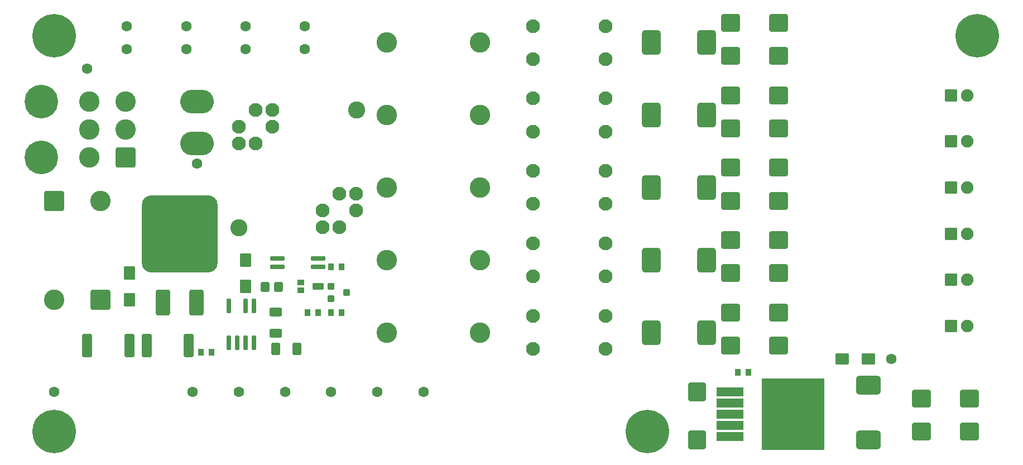
<source format=gts>
G04*
G04 #@! TF.GenerationSoftware,Altium Limited,Altium Designer,23.4.1 (23)*
G04*
G04 Layer_Color=8388736*
%FSLAX44Y44*%
%MOMM*%
G71*
G04*
G04 #@! TF.SameCoordinates,B3D957BC-C44E-4C16-AE0C-B47DF7116FB0*
G04*
G04*
G04 #@! TF.FilePolarity,Negative*
G04*
G01*
G75*
G04:AMPARAMS|DCode=19|XSize=1.3mm|YSize=1.9mm|CornerRadius=0.2mm|HoleSize=0mm|Usage=FLASHONLY|Rotation=180.000|XOffset=0mm|YOffset=0mm|HoleType=Round|Shape=RoundedRectangle|*
%AMROUNDEDRECTD19*
21,1,1.3000,1.5000,0,0,180.0*
21,1,0.9000,1.9000,0,0,180.0*
1,1,0.4000,-0.4500,0.7500*
1,1,0.4000,0.4500,0.7500*
1,1,0.4000,0.4500,-0.7500*
1,1,0.4000,-0.4500,-0.7500*
%
%ADD19ROUNDEDRECTD19*%
G04:AMPARAMS|DCode=20|XSize=1.3mm|YSize=1.9mm|CornerRadius=0.2mm|HoleSize=0mm|Usage=FLASHONLY|Rotation=90.000|XOffset=0mm|YOffset=0mm|HoleType=Round|Shape=RoundedRectangle|*
%AMROUNDEDRECTD20*
21,1,1.3000,1.5000,0,0,90.0*
21,1,0.9000,1.9000,0,0,90.0*
1,1,0.4000,0.7500,0.4500*
1,1,0.4000,0.7500,-0.4500*
1,1,0.4000,-0.7500,-0.4500*
1,1,0.4000,-0.7500,0.4500*
%
%ADD20ROUNDEDRECTD20*%
G04:AMPARAMS|DCode=21|XSize=2.132mm|YSize=0.7604mm|CornerRadius=0.1325mm|HoleSize=0mm|Usage=FLASHONLY|Rotation=90.000|XOffset=0mm|YOffset=0mm|HoleType=Round|Shape=RoundedRectangle|*
%AMROUNDEDRECTD21*
21,1,2.1320,0.4953,0,0,90.0*
21,1,1.8669,0.7604,0,0,90.0*
1,1,0.2651,0.2477,0.9335*
1,1,0.2651,0.2477,-0.9335*
1,1,0.2651,-0.2477,-0.9335*
1,1,0.2651,-0.2477,0.9335*
%
%ADD21ROUNDEDRECTD21*%
G04:AMPARAMS|DCode=22|XSize=2.18mm|YSize=3.91mm|CornerRadius=0.31mm|HoleSize=0mm|Usage=FLASHONLY|Rotation=0.000|XOffset=0mm|YOffset=0mm|HoleType=Round|Shape=RoundedRectangle|*
%AMROUNDEDRECTD22*
21,1,2.1800,3.2900,0,0,0.0*
21,1,1.5600,3.9100,0,0,0.0*
1,1,0.6200,0.7800,-1.6450*
1,1,0.6200,-0.7800,-1.6450*
1,1,0.6200,-0.7800,1.6450*
1,1,0.6200,0.7800,1.6450*
%
%ADD22ROUNDEDRECTD22*%
G04:AMPARAMS|DCode=23|XSize=11.5mm|YSize=11.7mm|CornerRadius=1.475mm|HoleSize=0mm|Usage=FLASHONLY|Rotation=0.000|XOffset=0mm|YOffset=0mm|HoleType=Round|Shape=RoundedRectangle|*
%AMROUNDEDRECTD23*
21,1,11.5000,8.7500,0,0,0.0*
21,1,8.5500,11.7000,0,0,0.0*
1,1,2.9500,4.2750,-4.3750*
1,1,2.9500,-4.2750,-4.3750*
1,1,2.9500,-4.2750,4.3750*
1,1,2.9500,4.2750,4.3750*
%
%ADD23ROUNDEDRECTD23*%
G04:AMPARAMS|DCode=24|XSize=2.1mm|YSize=1.7mm|CornerRadius=0.25mm|HoleSize=0mm|Usage=FLASHONLY|Rotation=90.000|XOffset=0mm|YOffset=0mm|HoleType=Round|Shape=RoundedRectangle|*
%AMROUNDEDRECTD24*
21,1,2.1000,1.2000,0,0,90.0*
21,1,1.6000,1.7000,0,0,90.0*
1,1,0.5000,0.6000,0.8000*
1,1,0.5000,0.6000,-0.8000*
1,1,0.5000,-0.6000,-0.8000*
1,1,0.5000,-0.6000,0.8000*
%
%ADD24ROUNDEDRECTD24*%
G04:AMPARAMS|DCode=25|XSize=2.132mm|YSize=0.7604mm|CornerRadius=0.1325mm|HoleSize=0mm|Usage=FLASHONLY|Rotation=180.000|XOffset=0mm|YOffset=0mm|HoleType=Round|Shape=RoundedRectangle|*
%AMROUNDEDRECTD25*
21,1,2.1320,0.4953,0,0,180.0*
21,1,1.8669,0.7604,0,0,180.0*
1,1,0.2651,-0.9335,0.2477*
1,1,0.2651,0.9335,0.2477*
1,1,0.2651,0.9335,-0.2477*
1,1,0.2651,-0.9335,-0.2477*
%
%ADD25ROUNDEDRECTD25*%
G04:AMPARAMS|DCode=26|XSize=0.9mm|YSize=1.1mm|CornerRadius=0.15mm|HoleSize=0mm|Usage=FLASHONLY|Rotation=0.000|XOffset=0mm|YOffset=0mm|HoleType=Round|Shape=RoundedRectangle|*
%AMROUNDEDRECTD26*
21,1,0.9000,0.8000,0,0,0.0*
21,1,0.6000,1.1000,0,0,0.0*
1,1,0.3000,0.3000,-0.4000*
1,1,0.3000,-0.3000,-0.4000*
1,1,0.3000,-0.3000,0.4000*
1,1,0.3000,0.3000,0.4000*
%
%ADD26ROUNDEDRECTD26*%
G04:AMPARAMS|DCode=27|XSize=1.1mm|YSize=1.1mm|CornerRadius=0.175mm|HoleSize=0mm|Usage=FLASHONLY|Rotation=0.000|XOffset=0mm|YOffset=0mm|HoleType=Round|Shape=RoundedRectangle|*
%AMROUNDEDRECTD27*
21,1,1.1000,0.7500,0,0,0.0*
21,1,0.7500,1.1000,0,0,0.0*
1,1,0.3500,0.3750,-0.3750*
1,1,0.3500,-0.3750,-0.3750*
1,1,0.3500,-0.3750,0.3750*
1,1,0.3500,0.3750,0.3750*
%
%ADD27ROUNDEDRECTD27*%
G04:AMPARAMS|DCode=28|XSize=0.9mm|YSize=1.1mm|CornerRadius=0.15mm|HoleSize=0mm|Usage=FLASHONLY|Rotation=270.000|XOffset=0mm|YOffset=0mm|HoleType=Round|Shape=RoundedRectangle|*
%AMROUNDEDRECTD28*
21,1,0.9000,0.8000,0,0,270.0*
21,1,0.6000,1.1000,0,0,270.0*
1,1,0.3000,-0.4000,-0.3000*
1,1,0.3000,-0.4000,0.3000*
1,1,0.3000,0.4000,0.3000*
1,1,0.3000,0.4000,-0.3000*
%
%ADD28ROUNDEDRECTD28*%
G04:AMPARAMS|DCode=29|XSize=1.1mm|YSize=1.7mm|CornerRadius=0.175mm|HoleSize=0mm|Usage=FLASHONLY|Rotation=270.000|XOffset=0mm|YOffset=0mm|HoleType=Round|Shape=RoundedRectangle|*
%AMROUNDEDRECTD29*
21,1,1.1000,1.3500,0,0,270.0*
21,1,0.7500,1.7000,0,0,270.0*
1,1,0.3500,-0.6750,-0.3750*
1,1,0.3500,-0.6750,0.3750*
1,1,0.3500,0.6750,0.3750*
1,1,0.3500,0.6750,-0.3750*
%
%ADD29ROUNDEDRECTD29*%
G04:AMPARAMS|DCode=30|XSize=1.3mm|YSize=1.5mm|CornerRadius=0.2mm|HoleSize=0mm|Usage=FLASHONLY|Rotation=0.000|XOffset=0mm|YOffset=0mm|HoleType=Round|Shape=RoundedRectangle|*
%AMROUNDEDRECTD30*
21,1,1.3000,1.1000,0,0,0.0*
21,1,0.9000,1.5000,0,0,0.0*
1,1,0.4000,0.4500,-0.5500*
1,1,0.4000,-0.4500,-0.5500*
1,1,0.4000,-0.4500,0.5500*
1,1,0.4000,0.4500,0.5500*
%
%ADD30ROUNDEDRECTD30*%
G04:AMPARAMS|DCode=31|XSize=2.9mm|YSize=2.7mm|CornerRadius=0.375mm|HoleSize=0mm|Usage=FLASHONLY|Rotation=270.000|XOffset=0mm|YOffset=0mm|HoleType=Round|Shape=RoundedRectangle|*
%AMROUNDEDRECTD31*
21,1,2.9000,1.9500,0,0,270.0*
21,1,2.1500,2.7000,0,0,270.0*
1,1,0.7500,-0.9750,-1.0750*
1,1,0.7500,-0.9750,1.0750*
1,1,0.7500,0.9750,1.0750*
1,1,0.7500,0.9750,-1.0750*
%
%ADD31ROUNDEDRECTD31*%
%ADD32R,4.1000X1.4000*%
%ADD33R,9.5000X10.9000*%
G04:AMPARAMS|DCode=34|XSize=2.9mm|YSize=2.7mm|CornerRadius=0.375mm|HoleSize=0mm|Usage=FLASHONLY|Rotation=0.000|XOffset=0mm|YOffset=0mm|HoleType=Round|Shape=RoundedRectangle|*
%AMROUNDEDRECTD34*
21,1,2.9000,1.9500,0,0,0.0*
21,1,2.1500,2.7000,0,0,0.0*
1,1,0.7500,1.0750,-0.9750*
1,1,0.7500,-1.0750,-0.9750*
1,1,0.7500,-1.0750,0.9750*
1,1,0.7500,1.0750,0.9750*
%
%ADD34ROUNDEDRECTD34*%
G04:AMPARAMS|DCode=35|XSize=2.8mm|YSize=3.7mm|CornerRadius=0.3875mm|HoleSize=0mm|Usage=FLASHONLY|Rotation=270.000|XOffset=0mm|YOffset=0mm|HoleType=Round|Shape=RoundedRectangle|*
%AMROUNDEDRECTD35*
21,1,2.8000,2.9250,0,0,270.0*
21,1,2.0250,3.7000,0,0,270.0*
1,1,0.7750,-1.4625,-1.0125*
1,1,0.7750,-1.4625,1.0125*
1,1,0.7750,1.4625,1.0125*
1,1,0.7750,1.4625,-1.0125*
%
%ADD35ROUNDEDRECTD35*%
G04:AMPARAMS|DCode=36|XSize=2.8mm|YSize=3.7mm|CornerRadius=0.3875mm|HoleSize=0mm|Usage=FLASHONLY|Rotation=0.000|XOffset=0mm|YOffset=0mm|HoleType=Round|Shape=RoundedRectangle|*
%AMROUNDEDRECTD36*
21,1,2.8000,2.9250,0,0,0.0*
21,1,2.0250,3.7000,0,0,0.0*
1,1,0.7750,1.0125,-1.4625*
1,1,0.7750,-1.0125,-1.4625*
1,1,0.7750,-1.0125,1.4625*
1,1,0.7750,1.0125,1.4625*
%
%ADD36ROUNDEDRECTD36*%
G04:AMPARAMS|DCode=37|XSize=1.5mm|YSize=3.5mm|CornerRadius=0.225mm|HoleSize=0mm|Usage=FLASHONLY|Rotation=0.000|XOffset=0mm|YOffset=0mm|HoleType=Round|Shape=RoundedRectangle|*
%AMROUNDEDRECTD37*
21,1,1.5000,3.0500,0,0,0.0*
21,1,1.0500,3.5000,0,0,0.0*
1,1,0.4500,0.5250,-1.5250*
1,1,0.4500,-0.5250,-1.5250*
1,1,0.4500,-0.5250,1.5250*
1,1,0.4500,0.5250,1.5250*
%
%ADD37ROUNDEDRECTD37*%
G04:AMPARAMS|DCode=38|XSize=2.1mm|YSize=1.7mm|CornerRadius=0.25mm|HoleSize=0mm|Usage=FLASHONLY|Rotation=180.000|XOffset=0mm|YOffset=0mm|HoleType=Round|Shape=RoundedRectangle|*
%AMROUNDEDRECTD38*
21,1,2.1000,1.2000,0,0,180.0*
21,1,1.6000,1.7000,0,0,180.0*
1,1,0.5000,-0.8000,0.6000*
1,1,0.5000,0.8000,0.6000*
1,1,0.5000,0.8000,-0.6000*
1,1,0.5000,-0.8000,-0.6000*
%
%ADD38ROUNDEDRECTD38*%
G04:AMPARAMS|DCode=39|XSize=1.9mm|YSize=1.9mm|CornerRadius=0.275mm|HoleSize=0mm|Usage=FLASHONLY|Rotation=0.000|XOffset=0mm|YOffset=0mm|HoleType=Round|Shape=RoundedRectangle|*
%AMROUNDEDRECTD39*
21,1,1.9000,1.3500,0,0,0.0*
21,1,1.3500,1.9000,0,0,0.0*
1,1,0.5500,0.6750,-0.6750*
1,1,0.5500,-0.6750,-0.6750*
1,1,0.5500,-0.6750,0.6750*
1,1,0.5500,0.6750,0.6750*
%
%ADD39ROUNDEDRECTD39*%
%ADD40C,1.9000*%
%ADD41C,2.6000*%
%ADD42C,2.1000*%
%ADD43O,5.1000X3.6000*%
%ADD44C,1.6000*%
%ADD45C,3.1000*%
G04:AMPARAMS|DCode=46|XSize=3.1mm|YSize=3.1mm|CornerRadius=0.425mm|HoleSize=0mm|Usage=FLASHONLY|Rotation=180.000|XOffset=0mm|YOffset=0mm|HoleType=Round|Shape=RoundedRectangle|*
%AMROUNDEDRECTD46*
21,1,3.1000,2.2500,0,0,180.0*
21,1,2.2500,3.1000,0,0,180.0*
1,1,0.8500,-1.1250,1.1250*
1,1,0.8500,1.1250,1.1250*
1,1,0.8500,1.1250,-1.1250*
1,1,0.8500,-1.1250,-1.1250*
%
%ADD46ROUNDEDRECTD46*%
%ADD47C,5.1000*%
G04:AMPARAMS|DCode=48|XSize=3.1mm|YSize=3.1mm|CornerRadius=0.425mm|HoleSize=0mm|Usage=FLASHONLY|Rotation=90.000|XOffset=0mm|YOffset=0mm|HoleType=Round|Shape=RoundedRectangle|*
%AMROUNDEDRECTD48*
21,1,3.1000,2.2500,0,0,90.0*
21,1,2.2500,3.1000,0,0,90.0*
1,1,0.8500,1.1250,1.1250*
1,1,0.8500,1.1250,-1.1250*
1,1,0.8500,-1.1250,-1.1250*
1,1,0.8500,-1.1250,1.1250*
%
%ADD48ROUNDEDRECTD48*%
%ADD49C,6.6000*%
D19*
X678000Y735000D02*
D03*
X646000D02*
D03*
D20*
X646000Y759000D02*
D03*
Y791000D02*
D03*
D21*
X574600Y800000D02*
D03*
Y744120D02*
D03*
X612700Y800000D02*
D03*
X600000D02*
D03*
X612700Y744120D02*
D03*
X600000D02*
D03*
X587300D02*
D03*
D22*
X474600Y805800D02*
D03*
X525400D02*
D03*
D23*
X500000Y910000D02*
D03*
D24*
X424000Y850000D02*
D03*
Y810000D02*
D03*
X600000Y870000D02*
D03*
Y830000D02*
D03*
D25*
X648120Y860000D02*
D03*
X710000D02*
D03*
X648120Y872700D02*
D03*
X710000D02*
D03*
D26*
X746000Y860000D02*
D03*
X730000D02*
D03*
X1347000Y700000D02*
D03*
X1363000D02*
D03*
X746000Y790000D02*
D03*
X730000D02*
D03*
X694000D02*
D03*
X710000D02*
D03*
X532000Y730000D02*
D03*
X548000D02*
D03*
D27*
X752900Y820500D02*
D03*
X730000Y811000D02*
D03*
Y830000D02*
D03*
D28*
X684000Y823750D02*
D03*
Y836250D02*
D03*
D29*
X710000Y830000D02*
D03*
D30*
X630000Y829000D02*
D03*
X650000D02*
D03*
D31*
X1285000Y670000D02*
D03*
Y597000D02*
D03*
D32*
X1335000Y670000D02*
D03*
Y653000D02*
D03*
Y636000D02*
D03*
Y619000D02*
D03*
Y602000D02*
D03*
D33*
X1431000Y636000D02*
D03*
D34*
X1625000Y660000D02*
D03*
X1698000D02*
D03*
X1625000Y610000D02*
D03*
X1698000D02*
D03*
X1336000Y740000D02*
D03*
X1409000D02*
D03*
X1336000Y790000D02*
D03*
X1409000D02*
D03*
X1336000Y850000D02*
D03*
X1409000D02*
D03*
X1336000Y900000D02*
D03*
X1409000D02*
D03*
X1336000Y960000D02*
D03*
X1409000D02*
D03*
X1336000Y1010000D02*
D03*
X1409000D02*
D03*
X1336000Y1070000D02*
D03*
X1409000D02*
D03*
X1336000Y1120000D02*
D03*
X1409000D02*
D03*
X1336000Y1180000D02*
D03*
X1409000D02*
D03*
X1336000Y1230000D02*
D03*
X1409000D02*
D03*
D35*
X1545000Y597000D02*
D03*
Y680000D02*
D03*
D36*
X1299000Y760000D02*
D03*
X1216000D02*
D03*
X1299000Y870000D02*
D03*
X1216000D02*
D03*
X1299000Y980000D02*
D03*
X1216000D02*
D03*
X1299000Y1090000D02*
D03*
X1216000D02*
D03*
X1299000Y1200000D02*
D03*
X1216000D02*
D03*
D37*
X514000Y740000D02*
D03*
X450000D02*
D03*
X424000D02*
D03*
X360000D02*
D03*
D38*
X1545000Y720000D02*
D03*
X1505000D02*
D03*
D39*
X1670000Y1120000D02*
D03*
Y1050000D02*
D03*
Y980000D02*
D03*
Y910000D02*
D03*
Y840000D02*
D03*
Y770000D02*
D03*
D40*
X1695000Y1120000D02*
D03*
Y1050000D02*
D03*
Y980000D02*
D03*
Y910000D02*
D03*
Y840000D02*
D03*
Y770000D02*
D03*
D41*
X590012Y919282D02*
D03*
X768228Y1097498D02*
D03*
D42*
X640302Y1071902D02*
D03*
Y1097302D02*
D03*
X614902D02*
D03*
Y1046502D02*
D03*
X589502Y1071902D02*
D03*
Y1046502D02*
D03*
X741902Y919502D02*
D03*
X716502D02*
D03*
Y944902D02*
D03*
X741902Y970302D02*
D03*
X767302Y944902D02*
D03*
X767400Y970400D02*
D03*
X1146002Y784996D02*
D03*
Y734996D02*
D03*
X1036002Y784996D02*
D03*
Y734996D02*
D03*
X1146002Y894996D02*
D03*
Y844996D02*
D03*
X1036002Y894996D02*
D03*
Y844996D02*
D03*
X1146002Y1004996D02*
D03*
Y954996D02*
D03*
X1036002Y1004996D02*
D03*
Y954996D02*
D03*
X1146002Y1114996D02*
D03*
Y1064996D02*
D03*
X1036002Y1114996D02*
D03*
Y1064996D02*
D03*
X1146002Y1224996D02*
D03*
Y1174996D02*
D03*
X1036002Y1224996D02*
D03*
Y1174996D02*
D03*
D43*
X526000Y1110000D02*
D03*
Y1046500D02*
D03*
D44*
X690000Y1225000D02*
D03*
Y1190000D02*
D03*
X600000Y1225000D02*
D03*
Y1190000D02*
D03*
X510000Y1225000D02*
D03*
Y1190000D02*
D03*
X420000Y1225000D02*
D03*
Y1190000D02*
D03*
X870000Y670000D02*
D03*
X800000D02*
D03*
X660000D02*
D03*
X590000D02*
D03*
X520000D02*
D03*
X526000Y1016000D02*
D03*
X360000Y1160000D02*
D03*
X730000Y670000D02*
D03*
X310000D02*
D03*
X1580000Y720000D02*
D03*
D45*
X363000Y1110000D02*
D03*
Y1026000D02*
D03*
Y1068000D02*
D03*
X418000Y1110000D02*
D03*
Y1068000D02*
D03*
X380000Y960000D02*
D03*
X310000Y809999D02*
D03*
X814600Y1200000D02*
D03*
X956000D02*
D03*
X814600Y1090000D02*
D03*
X956000D02*
D03*
X814600Y980000D02*
D03*
X956000D02*
D03*
X814600Y870000D02*
D03*
X956000D02*
D03*
X814600Y760000D02*
D03*
X956000D02*
D03*
D46*
X418000Y1026000D02*
D03*
D47*
X290000D02*
D03*
Y1110000D02*
D03*
D48*
X380000Y809999D02*
D03*
X310000Y960000D02*
D03*
D49*
X1710000Y1210000D02*
D03*
X310000D02*
D03*
Y610000D02*
D03*
X1210000D02*
D03*
M02*

</source>
